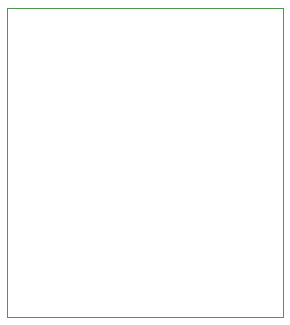
<source format=gbr>
G04 #@! TF.GenerationSoftware,KiCad,Pcbnew,(5.1.5)-3*
G04 #@! TF.CreationDate,2020-12-21T12:30:49+01:00*
G04 #@! TF.ProjectId,epimetheus_ina219,6570696d-6574-4686-9575-735f696e6132,rev?*
G04 #@! TF.SameCoordinates,Original*
G04 #@! TF.FileFunction,Profile,NP*
%FSLAX46Y46*%
G04 Gerber Fmt 4.6, Leading zero omitted, Abs format (unit mm)*
G04 Created by KiCad (PCBNEW (5.1.5)-3) date 2020-12-21 12:30:49*
%MOMM*%
%LPD*%
G04 APERTURE LIST*
%ADD10C,0.050000*%
G04 APERTURE END LIST*
D10*
X182880000Y-44704000D02*
X182880000Y-18542000D01*
X159512000Y-44704000D02*
X182880000Y-44704000D01*
X159512000Y-18542000D02*
X159512000Y-44704000D01*
X182880000Y-18542000D02*
X159512000Y-18542000D01*
M02*

</source>
